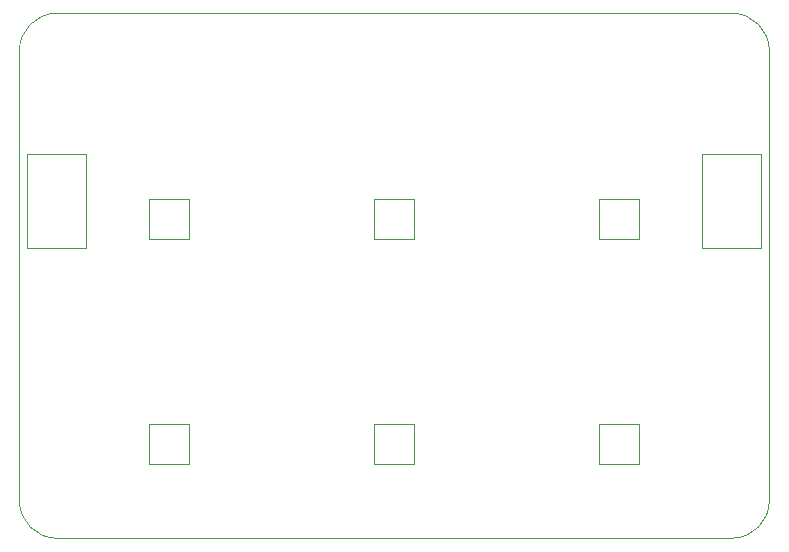
<source format=gm1>
%TF.GenerationSoftware,KiCad,Pcbnew,(6.0.2)*%
%TF.CreationDate,2022-08-23T14:49:27-07:00*%
%TF.ProjectId,minipad,6d696e69-7061-4642-9e6b-696361645f70,rev?*%
%TF.SameCoordinates,Original*%
%TF.FileFunction,Profile,NP*%
%FSLAX46Y46*%
G04 Gerber Fmt 4.6, Leading zero omitted, Abs format (unit mm)*
G04 Created by KiCad (PCBNEW (6.0.2)) date 2022-08-23 14:49:27*
%MOMM*%
%LPD*%
G01*
G04 APERTURE LIST*
%TA.AperFunction,Profile*%
%ADD10C,0.100000*%
%TD*%
%TA.AperFunction,Profile*%
%ADD11C,0.120000*%
%TD*%
G04 APERTURE END LIST*
D10*
X256778338Y-160139197D02*
X256778338Y-122039165D01*
X256778338Y-122039165D02*
G75*
G03*
X253603338Y-118864165I-3175000J0D01*
G01*
X196453290Y-118864165D02*
X253603338Y-118864165D01*
X193278290Y-160139197D02*
G75*
G03*
X196453290Y-163314197I3175000J0D01*
G01*
X253603338Y-163314197D02*
X196453290Y-163314197D01*
X196453290Y-118864165D02*
G75*
G03*
X193278290Y-122039165I0J-3175000D01*
G01*
X253603338Y-163314197D02*
G75*
G03*
X256778338Y-160139197I0J3175000D01*
G01*
X193278290Y-160139197D02*
X193278290Y-122039165D01*
D11*
%TO.C,SW4*%
X204278298Y-153614189D02*
X207678298Y-153614189D01*
X207678298Y-153614189D02*
X207678298Y-157014189D01*
X207678298Y-157014189D02*
X204278298Y-157014189D01*
X204278298Y-157014189D02*
X204278298Y-153614189D01*
%TO.C,SW3*%
X242378330Y-134564173D02*
X245778330Y-134564173D01*
X245778330Y-134564173D02*
X245778330Y-137964173D01*
X245778330Y-137964173D02*
X242378330Y-137964173D01*
X242378330Y-137964173D02*
X242378330Y-134564173D01*
%TO.C,SW2*%
X223328314Y-134564173D02*
X226728314Y-134564173D01*
X226728314Y-134564173D02*
X226728314Y-137964173D01*
X226728314Y-137964173D02*
X223328314Y-137964173D01*
X223328314Y-137964173D02*
X223328314Y-134564173D01*
%TO.C,SW6*%
X242378330Y-153614189D02*
X245778330Y-153614189D01*
X245778330Y-153614189D02*
X245778330Y-157014189D01*
X245778330Y-157014189D02*
X242378330Y-157014189D01*
X242378330Y-157014189D02*
X242378330Y-153614189D01*
%TO.C,SW1*%
X204278298Y-134564173D02*
X207678298Y-134564173D01*
X207678298Y-134564173D02*
X207678298Y-137964173D01*
X207678298Y-137964173D02*
X204278298Y-137964173D01*
X204278298Y-137964173D02*
X204278298Y-134564173D01*
%TO.C,SW5*%
X223328314Y-153614189D02*
X226728314Y-153614189D01*
X226728314Y-153614189D02*
X226728314Y-157014189D01*
X226728314Y-157014189D02*
X223328314Y-157014189D01*
X223328314Y-157014189D02*
X223328314Y-153614189D01*
%TO.C,C2*%
X198953290Y-138745364D02*
X193953290Y-138745364D01*
X193953290Y-138745364D02*
X193953290Y-130745364D01*
X193953290Y-130745364D02*
X198953290Y-130745364D01*
X198953290Y-130745364D02*
X198953290Y-138745364D01*
%TO.C,C1*%
X251103338Y-138745364D02*
X256103338Y-138745364D01*
X256103338Y-138745364D02*
X256103338Y-130745364D01*
X256103338Y-130745364D02*
X251103338Y-130745364D01*
X251103338Y-130745364D02*
X251103338Y-138745364D01*
%TD*%
M02*

</source>
